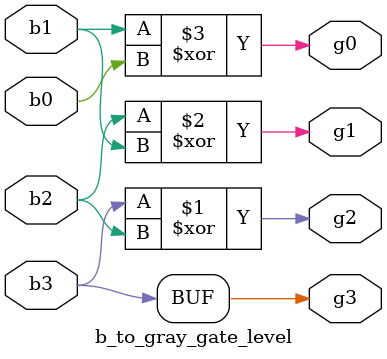
<source format=v>
/*
*	M. Todorov 2021
*/

`timescale 1ns / 1ps

module 	b_to_gray_gate_level 
	  (
		input 	b3,
		input 	b2,
		input 	b1,
		input 	b0,

		output 	g3,
		output	g2,
		output	g1,
		output  g0
	   );
  
  	
  buf(g3, b3);
  
  xor(g2, b3, b2);
  xor(g1, b2, b1);
  xor(g0, b1, b0);


endmodule
</source>
